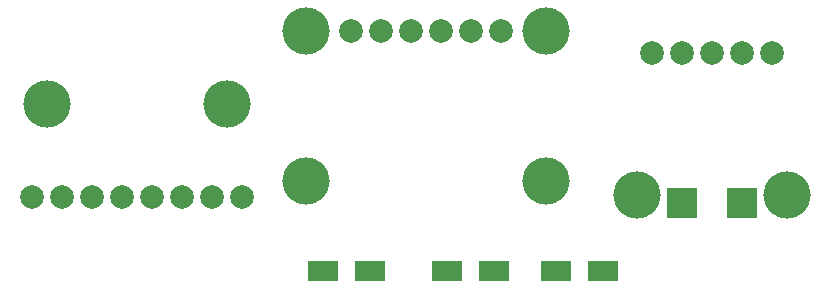
<source format=gbr>
%TF.GenerationSoftware,KiCad,Pcbnew,(5.1.10)-1*%
%TF.CreationDate,2022-05-09T17:55:47-07:00*%
%TF.ProjectId,solar-panel-NoCutout,736f6c61-722d-4706-916e-656c2d4e6f43,1.0*%
%TF.SameCoordinates,Original*%
%TF.FileFunction,Paste,Top*%
%TF.FilePolarity,Positive*%
%FSLAX46Y46*%
G04 Gerber Fmt 4.6, Leading zero omitted, Abs format (unit mm)*
G04 Created by KiCad (PCBNEW (5.1.10)-1) date 2022-05-09 17:55:47*
%MOMM*%
%LPD*%
G01*
G04 APERTURE LIST*
%ADD10C,4.000000*%
%ADD11C,2.000000*%
%ADD12R,2.500000X2.500000*%
%ADD13R,2.500000X1.700000*%
G04 APERTURE END LIST*
D10*
%TO.C,U3*%
X113630000Y-111126000D03*
X128870000Y-111126000D03*
D11*
X117440000Y-119000000D03*
X119980000Y-119000000D03*
X112360000Y-119000000D03*
X114900000Y-119000000D03*
X130140000Y-119000000D03*
X127600000Y-119000000D03*
X125060000Y-119000000D03*
X122520000Y-119000000D03*
%TD*%
D12*
%TO.C,U2*%
X167460000Y-119450000D03*
X172540000Y-119450000D03*
D10*
X163650000Y-118815000D03*
X176350000Y-118815000D03*
D11*
X175080000Y-106750000D03*
X172540000Y-106750000D03*
X164920000Y-106750000D03*
X167460000Y-106750000D03*
X170000000Y-106750000D03*
%TD*%
D10*
%TO.C,U1*%
X155910000Y-117600000D03*
X135590000Y-117600000D03*
X155910000Y-104900000D03*
D11*
X149560000Y-104900000D03*
X147020000Y-104900000D03*
X152100000Y-104900000D03*
X139400000Y-104900000D03*
X141940000Y-104900000D03*
X144480000Y-104900000D03*
D10*
X135590000Y-104900000D03*
%TD*%
D13*
%TO.C,D3*%
X160750000Y-125250000D03*
X156750000Y-125250000D03*
%TD*%
%TO.C,D2*%
X151500000Y-125250000D03*
X147500000Y-125250000D03*
%TD*%
%TO.C,D1*%
X141000000Y-125250000D03*
X137000000Y-125250000D03*
%TD*%
M02*

</source>
